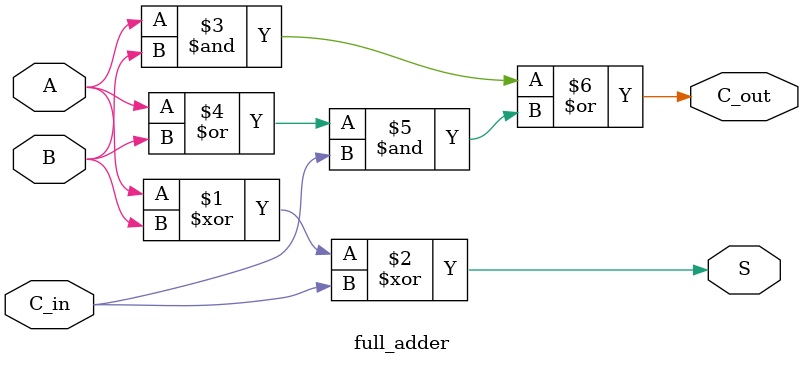
<source format=v>
module add_16bit(A, B, S, C_out);
    input [16:1] A;       // 16-bit input A
    input [16:1] B;       // 16-bit input B
    output [16:1] S;      // 16-bit sum output
    output C_out;         // Carry out

    wire c4, c8, c12;

    // Instantiate 4-bit adders
    adder_4 add1(
        .A(A[4:1]),
        .B(B[4:1]),
        .C_in(0),
        .S(S[4:1]),
        .C_out(c4)
    );

    adder_4 add2(
        .A(A[8:5]),
        .B(B[8:5]),
        .C_in(c4),
        .S(S[8:5]),
        .C_out(c8)
    );

    adder_4 add3(
        .A(A[12:9]),
        .B(B[12:9]),
        .C_in(c8),
        .S(S[12:9]),
        .C_out(c12)
    );

    adder_4 add4(
        .A(A[16:13]),
        .B(B[16:13]),
        .C_in(c12),
        .S(S[16:13]),
        .C_out(C_out)
    );
endmodule

module adder_4(A, B, C_in, S, C_out);
    input [4:1] A;        // 4-bit input A
    input [4:1] B;        // 4-bit input B
    input C_in;           // Carry in
    output [4:1] S;       // 4-bit sum output
    output C_out;         // Carry out

    wire p1, p2, p3, p4;  // Propagate signals
    wire g1, g2, g3, g4;  // Generate signals
    wire c1, c2, c3;      // Internal carry signals

    // Instantiate full adders for each bit
    full_adder fa1(
        .A(A[1]),
        .B(B[1]),
        .C_in(C_in),
        .S(S[1]),
        .C_out(c1)
    );

    full_adder fa2(
        .A(A[2]),
        .B(B[2]),
        .C_in(c1),
        .S(S[2]),
        .C_out(c2)
    );

    full_adder fa3(
        .A(A[3]),
        .B(B[3]),
        .C_in(c2),
        .S(S[3]),
        .C_out(c3)
    );

    full_adder fa4(
        .A(A[4]),
        .B(B[4]),
        .C_in(c3),
        .S(S[4]),
        .C_out(C_out)
    );

    // Generate and propagate signals
    assign p1 = A[1] ^ B[1];
    assign g1 = A[1] & B[1];

    assign p2 = A[2] ^ B[2];
    assign g2 = A[2] & B[2];

    assign p3 = A[3] ^ B[3];
    assign g3 = A[3] & B[3];

    assign p4 = A[4] ^ B[4];
    assign g4 = A[4] & B[4];

endmodule

module full_adder(A, B, C_in, S, C_out);
    input A;              // Input A
    input B;              // Input B
    input C_in;           // Carry in
    output S;             // Sum output
    output C_out;         // Carry out

    assign S = A ^ B ^ C_in; // Sum calculation
    assign C_out = (A & B) | ((A | B) & C_in); // Carry out calculation
endmodule

</source>
